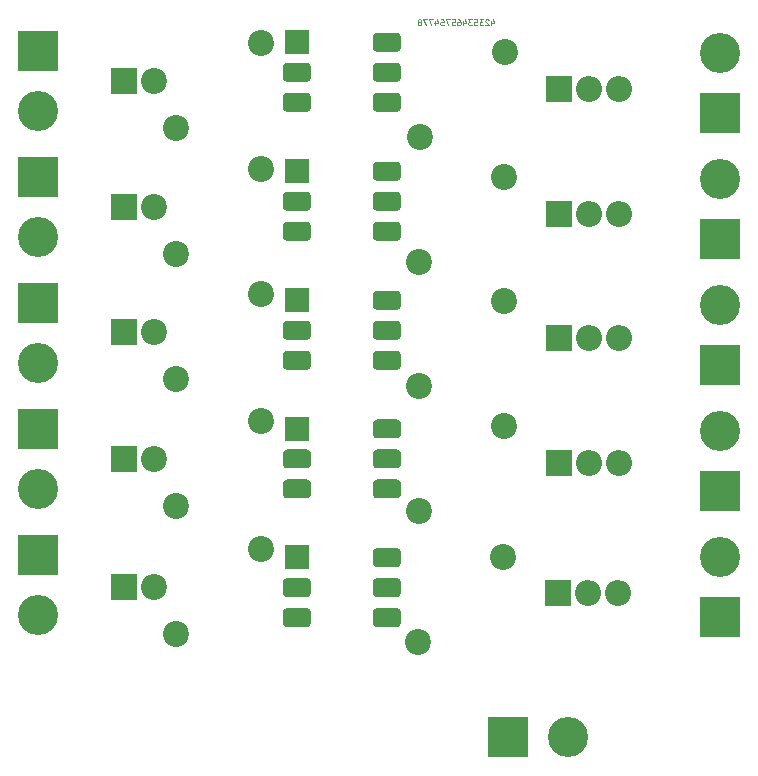
<source format=gbr>
G04 #@! TF.GenerationSoftware,KiCad,Pcbnew,(5.0.0)*
G04 #@! TF.CreationDate,2018-11-08T10:35:27-05:00*
G04 #@! TF.ProjectId,Tarjeta de potencia con moc,5461726A65746120646520706F74656E,rev?*
G04 #@! TF.SameCoordinates,Original*
G04 #@! TF.FileFunction,Soldermask,Top*
G04 #@! TF.FilePolarity,Negative*
%FSLAX46Y46*%
G04 Gerber Fmt 4.6, Leading zero omitted, Abs format (unit mm)*
G04 Created by KiCad (PCBNEW (5.0.0)) date 11/08/18 10:35:27*
%MOMM*%
%LPD*%
G01*
G04 APERTURE LIST*
%ADD10C,0.125000*%
%ADD11C,2.200000*%
%ADD12C,2.200000*%
%ADD13O,2.200000X2.200000*%
%ADD14R,2.200000X2.200000*%
%ADD15C,0.100000*%
%ADD16C,1.600000*%
%ADD17R,2.000000X2.000000*%
%ADD18R,3.400000X3.400000*%
%ADD19C,3.400000*%
G04 APERTURE END LIST*
D10*
X89055200Y-28594857D02*
X89055200Y-28928190D01*
X89174247Y-28404380D02*
X89293295Y-28761523D01*
X88983771Y-28761523D01*
X88817104Y-28475809D02*
X88793295Y-28452000D01*
X88745676Y-28428190D01*
X88626628Y-28428190D01*
X88579009Y-28452000D01*
X88555200Y-28475809D01*
X88531390Y-28523428D01*
X88531390Y-28571047D01*
X88555200Y-28642476D01*
X88840914Y-28928190D01*
X88531390Y-28928190D01*
X88364723Y-28428190D02*
X88055200Y-28428190D01*
X88221866Y-28618666D01*
X88150438Y-28618666D01*
X88102819Y-28642476D01*
X88079009Y-28666285D01*
X88055200Y-28713904D01*
X88055200Y-28832952D01*
X88079009Y-28880571D01*
X88102819Y-28904380D01*
X88150438Y-28928190D01*
X88293295Y-28928190D01*
X88340914Y-28904380D01*
X88364723Y-28880571D01*
X87602819Y-28428190D02*
X87840914Y-28428190D01*
X87864723Y-28666285D01*
X87840914Y-28642476D01*
X87793295Y-28618666D01*
X87674247Y-28618666D01*
X87626628Y-28642476D01*
X87602819Y-28666285D01*
X87579009Y-28713904D01*
X87579009Y-28832952D01*
X87602819Y-28880571D01*
X87626628Y-28904380D01*
X87674247Y-28928190D01*
X87793295Y-28928190D01*
X87840914Y-28904380D01*
X87864723Y-28880571D01*
X87412342Y-28428190D02*
X87102819Y-28428190D01*
X87269485Y-28618666D01*
X87198057Y-28618666D01*
X87150438Y-28642476D01*
X87126628Y-28666285D01*
X87102819Y-28713904D01*
X87102819Y-28832952D01*
X87126628Y-28880571D01*
X87150438Y-28904380D01*
X87198057Y-28928190D01*
X87340914Y-28928190D01*
X87388533Y-28904380D01*
X87412342Y-28880571D01*
X86674247Y-28594857D02*
X86674247Y-28928190D01*
X86793295Y-28404380D02*
X86912342Y-28761523D01*
X86602819Y-28761523D01*
X86198057Y-28428190D02*
X86293295Y-28428190D01*
X86340914Y-28452000D01*
X86364723Y-28475809D01*
X86412342Y-28547238D01*
X86436152Y-28642476D01*
X86436152Y-28832952D01*
X86412342Y-28880571D01*
X86388533Y-28904380D01*
X86340914Y-28928190D01*
X86245676Y-28928190D01*
X86198057Y-28904380D01*
X86174247Y-28880571D01*
X86150438Y-28832952D01*
X86150438Y-28713904D01*
X86174247Y-28666285D01*
X86198057Y-28642476D01*
X86245676Y-28618666D01*
X86340914Y-28618666D01*
X86388533Y-28642476D01*
X86412342Y-28666285D01*
X86436152Y-28713904D01*
X85698057Y-28428190D02*
X85936152Y-28428190D01*
X85959961Y-28666285D01*
X85936152Y-28642476D01*
X85888533Y-28618666D01*
X85769485Y-28618666D01*
X85721866Y-28642476D01*
X85698057Y-28666285D01*
X85674247Y-28713904D01*
X85674247Y-28832952D01*
X85698057Y-28880571D01*
X85721866Y-28904380D01*
X85769485Y-28928190D01*
X85888533Y-28928190D01*
X85936152Y-28904380D01*
X85959961Y-28880571D01*
X85507580Y-28428190D02*
X85174247Y-28428190D01*
X85388533Y-28928190D01*
X84745676Y-28428190D02*
X84983771Y-28428190D01*
X85007580Y-28666285D01*
X84983771Y-28642476D01*
X84936152Y-28618666D01*
X84817104Y-28618666D01*
X84769485Y-28642476D01*
X84745676Y-28666285D01*
X84721866Y-28713904D01*
X84721866Y-28832952D01*
X84745676Y-28880571D01*
X84769485Y-28904380D01*
X84817104Y-28928190D01*
X84936152Y-28928190D01*
X84983771Y-28904380D01*
X85007580Y-28880571D01*
X84293295Y-28594857D02*
X84293295Y-28928190D01*
X84412342Y-28404380D02*
X84531390Y-28761523D01*
X84221866Y-28761523D01*
X84079009Y-28428190D02*
X83745676Y-28428190D01*
X83959961Y-28928190D01*
X83602819Y-28428190D02*
X83269485Y-28428190D01*
X83483771Y-28928190D01*
X83007580Y-28642476D02*
X83055200Y-28618666D01*
X83079009Y-28594857D01*
X83102819Y-28547238D01*
X83102819Y-28523428D01*
X83079009Y-28475809D01*
X83055200Y-28452000D01*
X83007580Y-28428190D01*
X82912342Y-28428190D01*
X82864723Y-28452000D01*
X82840914Y-28475809D01*
X82817104Y-28523428D01*
X82817104Y-28547238D01*
X82840914Y-28594857D01*
X82864723Y-28618666D01*
X82912342Y-28642476D01*
X83007580Y-28642476D01*
X83055200Y-28666285D01*
X83079009Y-28690095D01*
X83102819Y-28737714D01*
X83102819Y-28832952D01*
X83079009Y-28880571D01*
X83055200Y-28904380D01*
X83007580Y-28928190D01*
X82912342Y-28928190D01*
X82864723Y-28904380D01*
X82840914Y-28880571D01*
X82817104Y-28832952D01*
X82817104Y-28737714D01*
X82840914Y-28690095D01*
X82864723Y-28666285D01*
X82912342Y-28642476D01*
D11*
G04 #@! TO.C,R10*
X90043000Y-73914000D03*
D12*
X90043000Y-73914000D02*
X90043000Y-73914000D01*
D11*
X82858795Y-81098205D03*
G04 #@! TD*
G04 #@! TO.C,R9*
X90115205Y-62856295D03*
D12*
X90115205Y-62856295D02*
X90115205Y-62856295D01*
D11*
X82931000Y-70040500D03*
G04 #@! TD*
G04 #@! TO.C,R8*
X90115205Y-52251795D03*
D12*
X90115205Y-52251795D02*
X90115205Y-52251795D01*
D11*
X82931000Y-59436000D03*
G04 #@! TD*
G04 #@! TO.C,R7*
X90115205Y-41774295D03*
D12*
X90115205Y-41774295D02*
X90115205Y-41774295D01*
D11*
X82931000Y-48958500D03*
G04 #@! TD*
G04 #@! TO.C,R6*
X90178705Y-31169795D03*
D12*
X90178705Y-31169795D02*
X90178705Y-31169795D01*
D11*
X82994500Y-38354000D03*
G04 #@! TD*
G04 #@! TO.C,R5*
X69541205Y-73270295D03*
D12*
X69541205Y-73270295D02*
X69541205Y-73270295D01*
D11*
X62357000Y-80454500D03*
G04 #@! TD*
G04 #@! TO.C,R4*
X69541205Y-62411795D03*
D12*
X69541205Y-62411795D02*
X69541205Y-62411795D01*
D11*
X62357000Y-69596000D03*
G04 #@! TD*
G04 #@! TO.C,R3*
X69541205Y-51680295D03*
D12*
X69541205Y-51680295D02*
X69541205Y-51680295D01*
D11*
X62357000Y-58864500D03*
G04 #@! TD*
G04 #@! TO.C,R2*
X69541205Y-41075795D03*
D12*
X69541205Y-41075795D02*
X69541205Y-41075795D01*
D11*
X62357000Y-48260000D03*
G04 #@! TD*
G04 #@! TO.C,R1*
X69541205Y-30407795D03*
D12*
X69541205Y-30407795D02*
X69541205Y-30407795D01*
D11*
X62357000Y-37592000D03*
G04 #@! TD*
D13*
G04 #@! TO.C,U10*
X99758500Y-77025500D03*
X97218500Y-77025500D03*
D14*
X94678500Y-77025500D03*
G04 #@! TD*
D13*
G04 #@! TO.C,U9*
X99822000Y-65976500D03*
X97282000Y-65976500D03*
D14*
X94742000Y-65976500D03*
G04 #@! TD*
G04 #@! TO.C,U8*
X94742000Y-55372000D03*
D13*
X97282000Y-55372000D03*
X99822000Y-55372000D03*
G04 #@! TD*
G04 #@! TO.C,U7*
X99822000Y-44894500D03*
X97282000Y-44894500D03*
D14*
X94742000Y-44894500D03*
G04 #@! TD*
D15*
G04 #@! TO.C,U5*
G36*
X81039707Y-73179426D02*
X81078536Y-73185186D01*
X81116614Y-73194724D01*
X81153573Y-73207948D01*
X81189059Y-73224731D01*
X81222728Y-73244912D01*
X81254257Y-73268296D01*
X81283343Y-73294657D01*
X81309704Y-73323743D01*
X81333088Y-73355272D01*
X81353269Y-73388941D01*
X81370052Y-73424427D01*
X81383276Y-73461386D01*
X81392814Y-73499464D01*
X81398574Y-73538293D01*
X81400500Y-73577500D01*
X81400500Y-74377500D01*
X81398574Y-74416707D01*
X81392814Y-74455536D01*
X81383276Y-74493614D01*
X81370052Y-74530573D01*
X81353269Y-74566059D01*
X81333088Y-74599728D01*
X81309704Y-74631257D01*
X81283343Y-74660343D01*
X81254257Y-74686704D01*
X81222728Y-74710088D01*
X81189059Y-74730269D01*
X81153573Y-74747052D01*
X81116614Y-74760276D01*
X81078536Y-74769814D01*
X81039707Y-74775574D01*
X81000500Y-74777500D01*
X79400500Y-74777500D01*
X79361293Y-74775574D01*
X79322464Y-74769814D01*
X79284386Y-74760276D01*
X79247427Y-74747052D01*
X79211941Y-74730269D01*
X79178272Y-74710088D01*
X79146743Y-74686704D01*
X79117657Y-74660343D01*
X79091296Y-74631257D01*
X79067912Y-74599728D01*
X79047731Y-74566059D01*
X79030948Y-74530573D01*
X79017724Y-74493614D01*
X79008186Y-74455536D01*
X79002426Y-74416707D01*
X79000500Y-74377500D01*
X79000500Y-73577500D01*
X79002426Y-73538293D01*
X79008186Y-73499464D01*
X79017724Y-73461386D01*
X79030948Y-73424427D01*
X79047731Y-73388941D01*
X79067912Y-73355272D01*
X79091296Y-73323743D01*
X79117657Y-73294657D01*
X79146743Y-73268296D01*
X79178272Y-73244912D01*
X79211941Y-73224731D01*
X79247427Y-73207948D01*
X79284386Y-73194724D01*
X79322464Y-73185186D01*
X79361293Y-73179426D01*
X79400500Y-73177500D01*
X81000500Y-73177500D01*
X81039707Y-73179426D01*
X81039707Y-73179426D01*
G37*
D16*
X80200500Y-73977500D03*
D15*
G36*
X73419707Y-78259426D02*
X73458536Y-78265186D01*
X73496614Y-78274724D01*
X73533573Y-78287948D01*
X73569059Y-78304731D01*
X73602728Y-78324912D01*
X73634257Y-78348296D01*
X73663343Y-78374657D01*
X73689704Y-78403743D01*
X73713088Y-78435272D01*
X73733269Y-78468941D01*
X73750052Y-78504427D01*
X73763276Y-78541386D01*
X73772814Y-78579464D01*
X73778574Y-78618293D01*
X73780500Y-78657500D01*
X73780500Y-79457500D01*
X73778574Y-79496707D01*
X73772814Y-79535536D01*
X73763276Y-79573614D01*
X73750052Y-79610573D01*
X73733269Y-79646059D01*
X73713088Y-79679728D01*
X73689704Y-79711257D01*
X73663343Y-79740343D01*
X73634257Y-79766704D01*
X73602728Y-79790088D01*
X73569059Y-79810269D01*
X73533573Y-79827052D01*
X73496614Y-79840276D01*
X73458536Y-79849814D01*
X73419707Y-79855574D01*
X73380500Y-79857500D01*
X71780500Y-79857500D01*
X71741293Y-79855574D01*
X71702464Y-79849814D01*
X71664386Y-79840276D01*
X71627427Y-79827052D01*
X71591941Y-79810269D01*
X71558272Y-79790088D01*
X71526743Y-79766704D01*
X71497657Y-79740343D01*
X71471296Y-79711257D01*
X71447912Y-79679728D01*
X71427731Y-79646059D01*
X71410948Y-79610573D01*
X71397724Y-79573614D01*
X71388186Y-79535536D01*
X71382426Y-79496707D01*
X71380500Y-79457500D01*
X71380500Y-78657500D01*
X71382426Y-78618293D01*
X71388186Y-78579464D01*
X71397724Y-78541386D01*
X71410948Y-78504427D01*
X71427731Y-78468941D01*
X71447912Y-78435272D01*
X71471296Y-78403743D01*
X71497657Y-78374657D01*
X71526743Y-78348296D01*
X71558272Y-78324912D01*
X71591941Y-78304731D01*
X71627427Y-78287948D01*
X71664386Y-78274724D01*
X71702464Y-78265186D01*
X71741293Y-78259426D01*
X71780500Y-78257500D01*
X73380500Y-78257500D01*
X73419707Y-78259426D01*
X73419707Y-78259426D01*
G37*
D16*
X72580500Y-79057500D03*
D15*
G36*
X81039707Y-75719426D02*
X81078536Y-75725186D01*
X81116614Y-75734724D01*
X81153573Y-75747948D01*
X81189059Y-75764731D01*
X81222728Y-75784912D01*
X81254257Y-75808296D01*
X81283343Y-75834657D01*
X81309704Y-75863743D01*
X81333088Y-75895272D01*
X81353269Y-75928941D01*
X81370052Y-75964427D01*
X81383276Y-76001386D01*
X81392814Y-76039464D01*
X81398574Y-76078293D01*
X81400500Y-76117500D01*
X81400500Y-76917500D01*
X81398574Y-76956707D01*
X81392814Y-76995536D01*
X81383276Y-77033614D01*
X81370052Y-77070573D01*
X81353269Y-77106059D01*
X81333088Y-77139728D01*
X81309704Y-77171257D01*
X81283343Y-77200343D01*
X81254257Y-77226704D01*
X81222728Y-77250088D01*
X81189059Y-77270269D01*
X81153573Y-77287052D01*
X81116614Y-77300276D01*
X81078536Y-77309814D01*
X81039707Y-77315574D01*
X81000500Y-77317500D01*
X79400500Y-77317500D01*
X79361293Y-77315574D01*
X79322464Y-77309814D01*
X79284386Y-77300276D01*
X79247427Y-77287052D01*
X79211941Y-77270269D01*
X79178272Y-77250088D01*
X79146743Y-77226704D01*
X79117657Y-77200343D01*
X79091296Y-77171257D01*
X79067912Y-77139728D01*
X79047731Y-77106059D01*
X79030948Y-77070573D01*
X79017724Y-77033614D01*
X79008186Y-76995536D01*
X79002426Y-76956707D01*
X79000500Y-76917500D01*
X79000500Y-76117500D01*
X79002426Y-76078293D01*
X79008186Y-76039464D01*
X79017724Y-76001386D01*
X79030948Y-75964427D01*
X79047731Y-75928941D01*
X79067912Y-75895272D01*
X79091296Y-75863743D01*
X79117657Y-75834657D01*
X79146743Y-75808296D01*
X79178272Y-75784912D01*
X79211941Y-75764731D01*
X79247427Y-75747948D01*
X79284386Y-75734724D01*
X79322464Y-75725186D01*
X79361293Y-75719426D01*
X79400500Y-75717500D01*
X81000500Y-75717500D01*
X81039707Y-75719426D01*
X81039707Y-75719426D01*
G37*
D16*
X80200500Y-76517500D03*
D15*
G36*
X73419707Y-75719426D02*
X73458536Y-75725186D01*
X73496614Y-75734724D01*
X73533573Y-75747948D01*
X73569059Y-75764731D01*
X73602728Y-75784912D01*
X73634257Y-75808296D01*
X73663343Y-75834657D01*
X73689704Y-75863743D01*
X73713088Y-75895272D01*
X73733269Y-75928941D01*
X73750052Y-75964427D01*
X73763276Y-76001386D01*
X73772814Y-76039464D01*
X73778574Y-76078293D01*
X73780500Y-76117500D01*
X73780500Y-76917500D01*
X73778574Y-76956707D01*
X73772814Y-76995536D01*
X73763276Y-77033614D01*
X73750052Y-77070573D01*
X73733269Y-77106059D01*
X73713088Y-77139728D01*
X73689704Y-77171257D01*
X73663343Y-77200343D01*
X73634257Y-77226704D01*
X73602728Y-77250088D01*
X73569059Y-77270269D01*
X73533573Y-77287052D01*
X73496614Y-77300276D01*
X73458536Y-77309814D01*
X73419707Y-77315574D01*
X73380500Y-77317500D01*
X71780500Y-77317500D01*
X71741293Y-77315574D01*
X71702464Y-77309814D01*
X71664386Y-77300276D01*
X71627427Y-77287052D01*
X71591941Y-77270269D01*
X71558272Y-77250088D01*
X71526743Y-77226704D01*
X71497657Y-77200343D01*
X71471296Y-77171257D01*
X71447912Y-77139728D01*
X71427731Y-77106059D01*
X71410948Y-77070573D01*
X71397724Y-77033614D01*
X71388186Y-76995536D01*
X71382426Y-76956707D01*
X71380500Y-76917500D01*
X71380500Y-76117500D01*
X71382426Y-76078293D01*
X71388186Y-76039464D01*
X71397724Y-76001386D01*
X71410948Y-75964427D01*
X71427731Y-75928941D01*
X71447912Y-75895272D01*
X71471296Y-75863743D01*
X71497657Y-75834657D01*
X71526743Y-75808296D01*
X71558272Y-75784912D01*
X71591941Y-75764731D01*
X71627427Y-75747948D01*
X71664386Y-75734724D01*
X71702464Y-75725186D01*
X71741293Y-75719426D01*
X71780500Y-75717500D01*
X73380500Y-75717500D01*
X73419707Y-75719426D01*
X73419707Y-75719426D01*
G37*
D16*
X72580500Y-76517500D03*
D15*
G36*
X81039707Y-78259426D02*
X81078536Y-78265186D01*
X81116614Y-78274724D01*
X81153573Y-78287948D01*
X81189059Y-78304731D01*
X81222728Y-78324912D01*
X81254257Y-78348296D01*
X81283343Y-78374657D01*
X81309704Y-78403743D01*
X81333088Y-78435272D01*
X81353269Y-78468941D01*
X81370052Y-78504427D01*
X81383276Y-78541386D01*
X81392814Y-78579464D01*
X81398574Y-78618293D01*
X81400500Y-78657500D01*
X81400500Y-79457500D01*
X81398574Y-79496707D01*
X81392814Y-79535536D01*
X81383276Y-79573614D01*
X81370052Y-79610573D01*
X81353269Y-79646059D01*
X81333088Y-79679728D01*
X81309704Y-79711257D01*
X81283343Y-79740343D01*
X81254257Y-79766704D01*
X81222728Y-79790088D01*
X81189059Y-79810269D01*
X81153573Y-79827052D01*
X81116614Y-79840276D01*
X81078536Y-79849814D01*
X81039707Y-79855574D01*
X81000500Y-79857500D01*
X79400500Y-79857500D01*
X79361293Y-79855574D01*
X79322464Y-79849814D01*
X79284386Y-79840276D01*
X79247427Y-79827052D01*
X79211941Y-79810269D01*
X79178272Y-79790088D01*
X79146743Y-79766704D01*
X79117657Y-79740343D01*
X79091296Y-79711257D01*
X79067912Y-79679728D01*
X79047731Y-79646059D01*
X79030948Y-79610573D01*
X79017724Y-79573614D01*
X79008186Y-79535536D01*
X79002426Y-79496707D01*
X79000500Y-79457500D01*
X79000500Y-78657500D01*
X79002426Y-78618293D01*
X79008186Y-78579464D01*
X79017724Y-78541386D01*
X79030948Y-78504427D01*
X79047731Y-78468941D01*
X79067912Y-78435272D01*
X79091296Y-78403743D01*
X79117657Y-78374657D01*
X79146743Y-78348296D01*
X79178272Y-78324912D01*
X79211941Y-78304731D01*
X79247427Y-78287948D01*
X79284386Y-78274724D01*
X79322464Y-78265186D01*
X79361293Y-78259426D01*
X79400500Y-78257500D01*
X81000500Y-78257500D01*
X81039707Y-78259426D01*
X81039707Y-78259426D01*
G37*
D16*
X80200500Y-79057500D03*
D17*
X72580500Y-73977500D03*
G04 #@! TD*
D15*
G04 #@! TO.C,U4*
G36*
X81039707Y-62295526D02*
X81078536Y-62301286D01*
X81116614Y-62310824D01*
X81153573Y-62324048D01*
X81189059Y-62340831D01*
X81222728Y-62361012D01*
X81254257Y-62384396D01*
X81283343Y-62410757D01*
X81309704Y-62439843D01*
X81333088Y-62471372D01*
X81353269Y-62505041D01*
X81370052Y-62540527D01*
X81383276Y-62577486D01*
X81392814Y-62615564D01*
X81398574Y-62654393D01*
X81400500Y-62693600D01*
X81400500Y-63493600D01*
X81398574Y-63532807D01*
X81392814Y-63571636D01*
X81383276Y-63609714D01*
X81370052Y-63646673D01*
X81353269Y-63682159D01*
X81333088Y-63715828D01*
X81309704Y-63747357D01*
X81283343Y-63776443D01*
X81254257Y-63802804D01*
X81222728Y-63826188D01*
X81189059Y-63846369D01*
X81153573Y-63863152D01*
X81116614Y-63876376D01*
X81078536Y-63885914D01*
X81039707Y-63891674D01*
X81000500Y-63893600D01*
X79400500Y-63893600D01*
X79361293Y-63891674D01*
X79322464Y-63885914D01*
X79284386Y-63876376D01*
X79247427Y-63863152D01*
X79211941Y-63846369D01*
X79178272Y-63826188D01*
X79146743Y-63802804D01*
X79117657Y-63776443D01*
X79091296Y-63747357D01*
X79067912Y-63715828D01*
X79047731Y-63682159D01*
X79030948Y-63646673D01*
X79017724Y-63609714D01*
X79008186Y-63571636D01*
X79002426Y-63532807D01*
X79000500Y-63493600D01*
X79000500Y-62693600D01*
X79002426Y-62654393D01*
X79008186Y-62615564D01*
X79017724Y-62577486D01*
X79030948Y-62540527D01*
X79047731Y-62505041D01*
X79067912Y-62471372D01*
X79091296Y-62439843D01*
X79117657Y-62410757D01*
X79146743Y-62384396D01*
X79178272Y-62361012D01*
X79211941Y-62340831D01*
X79247427Y-62324048D01*
X79284386Y-62310824D01*
X79322464Y-62301286D01*
X79361293Y-62295526D01*
X79400500Y-62293600D01*
X81000500Y-62293600D01*
X81039707Y-62295526D01*
X81039707Y-62295526D01*
G37*
D16*
X80200500Y-63093600D03*
D15*
G36*
X73419707Y-67375526D02*
X73458536Y-67381286D01*
X73496614Y-67390824D01*
X73533573Y-67404048D01*
X73569059Y-67420831D01*
X73602728Y-67441012D01*
X73634257Y-67464396D01*
X73663343Y-67490757D01*
X73689704Y-67519843D01*
X73713088Y-67551372D01*
X73733269Y-67585041D01*
X73750052Y-67620527D01*
X73763276Y-67657486D01*
X73772814Y-67695564D01*
X73778574Y-67734393D01*
X73780500Y-67773600D01*
X73780500Y-68573600D01*
X73778574Y-68612807D01*
X73772814Y-68651636D01*
X73763276Y-68689714D01*
X73750052Y-68726673D01*
X73733269Y-68762159D01*
X73713088Y-68795828D01*
X73689704Y-68827357D01*
X73663343Y-68856443D01*
X73634257Y-68882804D01*
X73602728Y-68906188D01*
X73569059Y-68926369D01*
X73533573Y-68943152D01*
X73496614Y-68956376D01*
X73458536Y-68965914D01*
X73419707Y-68971674D01*
X73380500Y-68973600D01*
X71780500Y-68973600D01*
X71741293Y-68971674D01*
X71702464Y-68965914D01*
X71664386Y-68956376D01*
X71627427Y-68943152D01*
X71591941Y-68926369D01*
X71558272Y-68906188D01*
X71526743Y-68882804D01*
X71497657Y-68856443D01*
X71471296Y-68827357D01*
X71447912Y-68795828D01*
X71427731Y-68762159D01*
X71410948Y-68726673D01*
X71397724Y-68689714D01*
X71388186Y-68651636D01*
X71382426Y-68612807D01*
X71380500Y-68573600D01*
X71380500Y-67773600D01*
X71382426Y-67734393D01*
X71388186Y-67695564D01*
X71397724Y-67657486D01*
X71410948Y-67620527D01*
X71427731Y-67585041D01*
X71447912Y-67551372D01*
X71471296Y-67519843D01*
X71497657Y-67490757D01*
X71526743Y-67464396D01*
X71558272Y-67441012D01*
X71591941Y-67420831D01*
X71627427Y-67404048D01*
X71664386Y-67390824D01*
X71702464Y-67381286D01*
X71741293Y-67375526D01*
X71780500Y-67373600D01*
X73380500Y-67373600D01*
X73419707Y-67375526D01*
X73419707Y-67375526D01*
G37*
D16*
X72580500Y-68173600D03*
D15*
G36*
X81039707Y-64835526D02*
X81078536Y-64841286D01*
X81116614Y-64850824D01*
X81153573Y-64864048D01*
X81189059Y-64880831D01*
X81222728Y-64901012D01*
X81254257Y-64924396D01*
X81283343Y-64950757D01*
X81309704Y-64979843D01*
X81333088Y-65011372D01*
X81353269Y-65045041D01*
X81370052Y-65080527D01*
X81383276Y-65117486D01*
X81392814Y-65155564D01*
X81398574Y-65194393D01*
X81400500Y-65233600D01*
X81400500Y-66033600D01*
X81398574Y-66072807D01*
X81392814Y-66111636D01*
X81383276Y-66149714D01*
X81370052Y-66186673D01*
X81353269Y-66222159D01*
X81333088Y-66255828D01*
X81309704Y-66287357D01*
X81283343Y-66316443D01*
X81254257Y-66342804D01*
X81222728Y-66366188D01*
X81189059Y-66386369D01*
X81153573Y-66403152D01*
X81116614Y-66416376D01*
X81078536Y-66425914D01*
X81039707Y-66431674D01*
X81000500Y-66433600D01*
X79400500Y-66433600D01*
X79361293Y-66431674D01*
X79322464Y-66425914D01*
X79284386Y-66416376D01*
X79247427Y-66403152D01*
X79211941Y-66386369D01*
X79178272Y-66366188D01*
X79146743Y-66342804D01*
X79117657Y-66316443D01*
X79091296Y-66287357D01*
X79067912Y-66255828D01*
X79047731Y-66222159D01*
X79030948Y-66186673D01*
X79017724Y-66149714D01*
X79008186Y-66111636D01*
X79002426Y-66072807D01*
X79000500Y-66033600D01*
X79000500Y-65233600D01*
X79002426Y-65194393D01*
X79008186Y-65155564D01*
X79017724Y-65117486D01*
X79030948Y-65080527D01*
X79047731Y-65045041D01*
X79067912Y-65011372D01*
X79091296Y-64979843D01*
X79117657Y-64950757D01*
X79146743Y-64924396D01*
X79178272Y-64901012D01*
X79211941Y-64880831D01*
X79247427Y-64864048D01*
X79284386Y-64850824D01*
X79322464Y-64841286D01*
X79361293Y-64835526D01*
X79400500Y-64833600D01*
X81000500Y-64833600D01*
X81039707Y-64835526D01*
X81039707Y-64835526D01*
G37*
D16*
X80200500Y-65633600D03*
D15*
G36*
X73419707Y-64835526D02*
X73458536Y-64841286D01*
X73496614Y-64850824D01*
X73533573Y-64864048D01*
X73569059Y-64880831D01*
X73602728Y-64901012D01*
X73634257Y-64924396D01*
X73663343Y-64950757D01*
X73689704Y-64979843D01*
X73713088Y-65011372D01*
X73733269Y-65045041D01*
X73750052Y-65080527D01*
X73763276Y-65117486D01*
X73772814Y-65155564D01*
X73778574Y-65194393D01*
X73780500Y-65233600D01*
X73780500Y-66033600D01*
X73778574Y-66072807D01*
X73772814Y-66111636D01*
X73763276Y-66149714D01*
X73750052Y-66186673D01*
X73733269Y-66222159D01*
X73713088Y-66255828D01*
X73689704Y-66287357D01*
X73663343Y-66316443D01*
X73634257Y-66342804D01*
X73602728Y-66366188D01*
X73569059Y-66386369D01*
X73533573Y-66403152D01*
X73496614Y-66416376D01*
X73458536Y-66425914D01*
X73419707Y-66431674D01*
X73380500Y-66433600D01*
X71780500Y-66433600D01*
X71741293Y-66431674D01*
X71702464Y-66425914D01*
X71664386Y-66416376D01*
X71627427Y-66403152D01*
X71591941Y-66386369D01*
X71558272Y-66366188D01*
X71526743Y-66342804D01*
X71497657Y-66316443D01*
X71471296Y-66287357D01*
X71447912Y-66255828D01*
X71427731Y-66222159D01*
X71410948Y-66186673D01*
X71397724Y-66149714D01*
X71388186Y-66111636D01*
X71382426Y-66072807D01*
X71380500Y-66033600D01*
X71380500Y-65233600D01*
X71382426Y-65194393D01*
X71388186Y-65155564D01*
X71397724Y-65117486D01*
X71410948Y-65080527D01*
X71427731Y-65045041D01*
X71447912Y-65011372D01*
X71471296Y-64979843D01*
X71497657Y-64950757D01*
X71526743Y-64924396D01*
X71558272Y-64901012D01*
X71591941Y-64880831D01*
X71627427Y-64864048D01*
X71664386Y-64850824D01*
X71702464Y-64841286D01*
X71741293Y-64835526D01*
X71780500Y-64833600D01*
X73380500Y-64833600D01*
X73419707Y-64835526D01*
X73419707Y-64835526D01*
G37*
D16*
X72580500Y-65633600D03*
D15*
G36*
X81039707Y-67375526D02*
X81078536Y-67381286D01*
X81116614Y-67390824D01*
X81153573Y-67404048D01*
X81189059Y-67420831D01*
X81222728Y-67441012D01*
X81254257Y-67464396D01*
X81283343Y-67490757D01*
X81309704Y-67519843D01*
X81333088Y-67551372D01*
X81353269Y-67585041D01*
X81370052Y-67620527D01*
X81383276Y-67657486D01*
X81392814Y-67695564D01*
X81398574Y-67734393D01*
X81400500Y-67773600D01*
X81400500Y-68573600D01*
X81398574Y-68612807D01*
X81392814Y-68651636D01*
X81383276Y-68689714D01*
X81370052Y-68726673D01*
X81353269Y-68762159D01*
X81333088Y-68795828D01*
X81309704Y-68827357D01*
X81283343Y-68856443D01*
X81254257Y-68882804D01*
X81222728Y-68906188D01*
X81189059Y-68926369D01*
X81153573Y-68943152D01*
X81116614Y-68956376D01*
X81078536Y-68965914D01*
X81039707Y-68971674D01*
X81000500Y-68973600D01*
X79400500Y-68973600D01*
X79361293Y-68971674D01*
X79322464Y-68965914D01*
X79284386Y-68956376D01*
X79247427Y-68943152D01*
X79211941Y-68926369D01*
X79178272Y-68906188D01*
X79146743Y-68882804D01*
X79117657Y-68856443D01*
X79091296Y-68827357D01*
X79067912Y-68795828D01*
X79047731Y-68762159D01*
X79030948Y-68726673D01*
X79017724Y-68689714D01*
X79008186Y-68651636D01*
X79002426Y-68612807D01*
X79000500Y-68573600D01*
X79000500Y-67773600D01*
X79002426Y-67734393D01*
X79008186Y-67695564D01*
X79017724Y-67657486D01*
X79030948Y-67620527D01*
X79047731Y-67585041D01*
X79067912Y-67551372D01*
X79091296Y-67519843D01*
X79117657Y-67490757D01*
X79146743Y-67464396D01*
X79178272Y-67441012D01*
X79211941Y-67420831D01*
X79247427Y-67404048D01*
X79284386Y-67390824D01*
X79322464Y-67381286D01*
X79361293Y-67375526D01*
X79400500Y-67373600D01*
X81000500Y-67373600D01*
X81039707Y-67375526D01*
X81039707Y-67375526D01*
G37*
D16*
X80200500Y-68173600D03*
D17*
X72580500Y-63093600D03*
G04 #@! TD*
G04 #@! TO.C,U3*
X72580500Y-52197000D03*
D15*
G36*
X81039707Y-56478926D02*
X81078536Y-56484686D01*
X81116614Y-56494224D01*
X81153573Y-56507448D01*
X81189059Y-56524231D01*
X81222728Y-56544412D01*
X81254257Y-56567796D01*
X81283343Y-56594157D01*
X81309704Y-56623243D01*
X81333088Y-56654772D01*
X81353269Y-56688441D01*
X81370052Y-56723927D01*
X81383276Y-56760886D01*
X81392814Y-56798964D01*
X81398574Y-56837793D01*
X81400500Y-56877000D01*
X81400500Y-57677000D01*
X81398574Y-57716207D01*
X81392814Y-57755036D01*
X81383276Y-57793114D01*
X81370052Y-57830073D01*
X81353269Y-57865559D01*
X81333088Y-57899228D01*
X81309704Y-57930757D01*
X81283343Y-57959843D01*
X81254257Y-57986204D01*
X81222728Y-58009588D01*
X81189059Y-58029769D01*
X81153573Y-58046552D01*
X81116614Y-58059776D01*
X81078536Y-58069314D01*
X81039707Y-58075074D01*
X81000500Y-58077000D01*
X79400500Y-58077000D01*
X79361293Y-58075074D01*
X79322464Y-58069314D01*
X79284386Y-58059776D01*
X79247427Y-58046552D01*
X79211941Y-58029769D01*
X79178272Y-58009588D01*
X79146743Y-57986204D01*
X79117657Y-57959843D01*
X79091296Y-57930757D01*
X79067912Y-57899228D01*
X79047731Y-57865559D01*
X79030948Y-57830073D01*
X79017724Y-57793114D01*
X79008186Y-57755036D01*
X79002426Y-57716207D01*
X79000500Y-57677000D01*
X79000500Y-56877000D01*
X79002426Y-56837793D01*
X79008186Y-56798964D01*
X79017724Y-56760886D01*
X79030948Y-56723927D01*
X79047731Y-56688441D01*
X79067912Y-56654772D01*
X79091296Y-56623243D01*
X79117657Y-56594157D01*
X79146743Y-56567796D01*
X79178272Y-56544412D01*
X79211941Y-56524231D01*
X79247427Y-56507448D01*
X79284386Y-56494224D01*
X79322464Y-56484686D01*
X79361293Y-56478926D01*
X79400500Y-56477000D01*
X81000500Y-56477000D01*
X81039707Y-56478926D01*
X81039707Y-56478926D01*
G37*
D16*
X80200500Y-57277000D03*
D15*
G36*
X73419707Y-53938926D02*
X73458536Y-53944686D01*
X73496614Y-53954224D01*
X73533573Y-53967448D01*
X73569059Y-53984231D01*
X73602728Y-54004412D01*
X73634257Y-54027796D01*
X73663343Y-54054157D01*
X73689704Y-54083243D01*
X73713088Y-54114772D01*
X73733269Y-54148441D01*
X73750052Y-54183927D01*
X73763276Y-54220886D01*
X73772814Y-54258964D01*
X73778574Y-54297793D01*
X73780500Y-54337000D01*
X73780500Y-55137000D01*
X73778574Y-55176207D01*
X73772814Y-55215036D01*
X73763276Y-55253114D01*
X73750052Y-55290073D01*
X73733269Y-55325559D01*
X73713088Y-55359228D01*
X73689704Y-55390757D01*
X73663343Y-55419843D01*
X73634257Y-55446204D01*
X73602728Y-55469588D01*
X73569059Y-55489769D01*
X73533573Y-55506552D01*
X73496614Y-55519776D01*
X73458536Y-55529314D01*
X73419707Y-55535074D01*
X73380500Y-55537000D01*
X71780500Y-55537000D01*
X71741293Y-55535074D01*
X71702464Y-55529314D01*
X71664386Y-55519776D01*
X71627427Y-55506552D01*
X71591941Y-55489769D01*
X71558272Y-55469588D01*
X71526743Y-55446204D01*
X71497657Y-55419843D01*
X71471296Y-55390757D01*
X71447912Y-55359228D01*
X71427731Y-55325559D01*
X71410948Y-55290073D01*
X71397724Y-55253114D01*
X71388186Y-55215036D01*
X71382426Y-55176207D01*
X71380500Y-55137000D01*
X71380500Y-54337000D01*
X71382426Y-54297793D01*
X71388186Y-54258964D01*
X71397724Y-54220886D01*
X71410948Y-54183927D01*
X71427731Y-54148441D01*
X71447912Y-54114772D01*
X71471296Y-54083243D01*
X71497657Y-54054157D01*
X71526743Y-54027796D01*
X71558272Y-54004412D01*
X71591941Y-53984231D01*
X71627427Y-53967448D01*
X71664386Y-53954224D01*
X71702464Y-53944686D01*
X71741293Y-53938926D01*
X71780500Y-53937000D01*
X73380500Y-53937000D01*
X73419707Y-53938926D01*
X73419707Y-53938926D01*
G37*
D16*
X72580500Y-54737000D03*
D15*
G36*
X81039707Y-53938926D02*
X81078536Y-53944686D01*
X81116614Y-53954224D01*
X81153573Y-53967448D01*
X81189059Y-53984231D01*
X81222728Y-54004412D01*
X81254257Y-54027796D01*
X81283343Y-54054157D01*
X81309704Y-54083243D01*
X81333088Y-54114772D01*
X81353269Y-54148441D01*
X81370052Y-54183927D01*
X81383276Y-54220886D01*
X81392814Y-54258964D01*
X81398574Y-54297793D01*
X81400500Y-54337000D01*
X81400500Y-55137000D01*
X81398574Y-55176207D01*
X81392814Y-55215036D01*
X81383276Y-55253114D01*
X81370052Y-55290073D01*
X81353269Y-55325559D01*
X81333088Y-55359228D01*
X81309704Y-55390757D01*
X81283343Y-55419843D01*
X81254257Y-55446204D01*
X81222728Y-55469588D01*
X81189059Y-55489769D01*
X81153573Y-55506552D01*
X81116614Y-55519776D01*
X81078536Y-55529314D01*
X81039707Y-55535074D01*
X81000500Y-55537000D01*
X79400500Y-55537000D01*
X79361293Y-55535074D01*
X79322464Y-55529314D01*
X79284386Y-55519776D01*
X79247427Y-55506552D01*
X79211941Y-55489769D01*
X79178272Y-55469588D01*
X79146743Y-55446204D01*
X79117657Y-55419843D01*
X79091296Y-55390757D01*
X79067912Y-55359228D01*
X79047731Y-55325559D01*
X79030948Y-55290073D01*
X79017724Y-55253114D01*
X79008186Y-55215036D01*
X79002426Y-55176207D01*
X79000500Y-55137000D01*
X79000500Y-54337000D01*
X79002426Y-54297793D01*
X79008186Y-54258964D01*
X79017724Y-54220886D01*
X79030948Y-54183927D01*
X79047731Y-54148441D01*
X79067912Y-54114772D01*
X79091296Y-54083243D01*
X79117657Y-54054157D01*
X79146743Y-54027796D01*
X79178272Y-54004412D01*
X79211941Y-53984231D01*
X79247427Y-53967448D01*
X79284386Y-53954224D01*
X79322464Y-53944686D01*
X79361293Y-53938926D01*
X79400500Y-53937000D01*
X81000500Y-53937000D01*
X81039707Y-53938926D01*
X81039707Y-53938926D01*
G37*
D16*
X80200500Y-54737000D03*
D15*
G36*
X73419707Y-56478926D02*
X73458536Y-56484686D01*
X73496614Y-56494224D01*
X73533573Y-56507448D01*
X73569059Y-56524231D01*
X73602728Y-56544412D01*
X73634257Y-56567796D01*
X73663343Y-56594157D01*
X73689704Y-56623243D01*
X73713088Y-56654772D01*
X73733269Y-56688441D01*
X73750052Y-56723927D01*
X73763276Y-56760886D01*
X73772814Y-56798964D01*
X73778574Y-56837793D01*
X73780500Y-56877000D01*
X73780500Y-57677000D01*
X73778574Y-57716207D01*
X73772814Y-57755036D01*
X73763276Y-57793114D01*
X73750052Y-57830073D01*
X73733269Y-57865559D01*
X73713088Y-57899228D01*
X73689704Y-57930757D01*
X73663343Y-57959843D01*
X73634257Y-57986204D01*
X73602728Y-58009588D01*
X73569059Y-58029769D01*
X73533573Y-58046552D01*
X73496614Y-58059776D01*
X73458536Y-58069314D01*
X73419707Y-58075074D01*
X73380500Y-58077000D01*
X71780500Y-58077000D01*
X71741293Y-58075074D01*
X71702464Y-58069314D01*
X71664386Y-58059776D01*
X71627427Y-58046552D01*
X71591941Y-58029769D01*
X71558272Y-58009588D01*
X71526743Y-57986204D01*
X71497657Y-57959843D01*
X71471296Y-57930757D01*
X71447912Y-57899228D01*
X71427731Y-57865559D01*
X71410948Y-57830073D01*
X71397724Y-57793114D01*
X71388186Y-57755036D01*
X71382426Y-57716207D01*
X71380500Y-57677000D01*
X71380500Y-56877000D01*
X71382426Y-56837793D01*
X71388186Y-56798964D01*
X71397724Y-56760886D01*
X71410948Y-56723927D01*
X71427731Y-56688441D01*
X71447912Y-56654772D01*
X71471296Y-56623243D01*
X71497657Y-56594157D01*
X71526743Y-56567796D01*
X71558272Y-56544412D01*
X71591941Y-56524231D01*
X71627427Y-56507448D01*
X71664386Y-56494224D01*
X71702464Y-56484686D01*
X71741293Y-56478926D01*
X71780500Y-56477000D01*
X73380500Y-56477000D01*
X73419707Y-56478926D01*
X73419707Y-56478926D01*
G37*
D16*
X72580500Y-57277000D03*
D15*
G36*
X81039707Y-51398926D02*
X81078536Y-51404686D01*
X81116614Y-51414224D01*
X81153573Y-51427448D01*
X81189059Y-51444231D01*
X81222728Y-51464412D01*
X81254257Y-51487796D01*
X81283343Y-51514157D01*
X81309704Y-51543243D01*
X81333088Y-51574772D01*
X81353269Y-51608441D01*
X81370052Y-51643927D01*
X81383276Y-51680886D01*
X81392814Y-51718964D01*
X81398574Y-51757793D01*
X81400500Y-51797000D01*
X81400500Y-52597000D01*
X81398574Y-52636207D01*
X81392814Y-52675036D01*
X81383276Y-52713114D01*
X81370052Y-52750073D01*
X81353269Y-52785559D01*
X81333088Y-52819228D01*
X81309704Y-52850757D01*
X81283343Y-52879843D01*
X81254257Y-52906204D01*
X81222728Y-52929588D01*
X81189059Y-52949769D01*
X81153573Y-52966552D01*
X81116614Y-52979776D01*
X81078536Y-52989314D01*
X81039707Y-52995074D01*
X81000500Y-52997000D01*
X79400500Y-52997000D01*
X79361293Y-52995074D01*
X79322464Y-52989314D01*
X79284386Y-52979776D01*
X79247427Y-52966552D01*
X79211941Y-52949769D01*
X79178272Y-52929588D01*
X79146743Y-52906204D01*
X79117657Y-52879843D01*
X79091296Y-52850757D01*
X79067912Y-52819228D01*
X79047731Y-52785559D01*
X79030948Y-52750073D01*
X79017724Y-52713114D01*
X79008186Y-52675036D01*
X79002426Y-52636207D01*
X79000500Y-52597000D01*
X79000500Y-51797000D01*
X79002426Y-51757793D01*
X79008186Y-51718964D01*
X79017724Y-51680886D01*
X79030948Y-51643927D01*
X79047731Y-51608441D01*
X79067912Y-51574772D01*
X79091296Y-51543243D01*
X79117657Y-51514157D01*
X79146743Y-51487796D01*
X79178272Y-51464412D01*
X79211941Y-51444231D01*
X79247427Y-51427448D01*
X79284386Y-51414224D01*
X79322464Y-51404686D01*
X79361293Y-51398926D01*
X79400500Y-51397000D01*
X81000500Y-51397000D01*
X81039707Y-51398926D01*
X81039707Y-51398926D01*
G37*
D16*
X80200500Y-52197000D03*
G04 #@! TD*
D17*
G04 #@! TO.C,U2*
X72580500Y-41275000D03*
D15*
G36*
X81039707Y-45556926D02*
X81078536Y-45562686D01*
X81116614Y-45572224D01*
X81153573Y-45585448D01*
X81189059Y-45602231D01*
X81222728Y-45622412D01*
X81254257Y-45645796D01*
X81283343Y-45672157D01*
X81309704Y-45701243D01*
X81333088Y-45732772D01*
X81353269Y-45766441D01*
X81370052Y-45801927D01*
X81383276Y-45838886D01*
X81392814Y-45876964D01*
X81398574Y-45915793D01*
X81400500Y-45955000D01*
X81400500Y-46755000D01*
X81398574Y-46794207D01*
X81392814Y-46833036D01*
X81383276Y-46871114D01*
X81370052Y-46908073D01*
X81353269Y-46943559D01*
X81333088Y-46977228D01*
X81309704Y-47008757D01*
X81283343Y-47037843D01*
X81254257Y-47064204D01*
X81222728Y-47087588D01*
X81189059Y-47107769D01*
X81153573Y-47124552D01*
X81116614Y-47137776D01*
X81078536Y-47147314D01*
X81039707Y-47153074D01*
X81000500Y-47155000D01*
X79400500Y-47155000D01*
X79361293Y-47153074D01*
X79322464Y-47147314D01*
X79284386Y-47137776D01*
X79247427Y-47124552D01*
X79211941Y-47107769D01*
X79178272Y-47087588D01*
X79146743Y-47064204D01*
X79117657Y-47037843D01*
X79091296Y-47008757D01*
X79067912Y-46977228D01*
X79047731Y-46943559D01*
X79030948Y-46908073D01*
X79017724Y-46871114D01*
X79008186Y-46833036D01*
X79002426Y-46794207D01*
X79000500Y-46755000D01*
X79000500Y-45955000D01*
X79002426Y-45915793D01*
X79008186Y-45876964D01*
X79017724Y-45838886D01*
X79030948Y-45801927D01*
X79047731Y-45766441D01*
X79067912Y-45732772D01*
X79091296Y-45701243D01*
X79117657Y-45672157D01*
X79146743Y-45645796D01*
X79178272Y-45622412D01*
X79211941Y-45602231D01*
X79247427Y-45585448D01*
X79284386Y-45572224D01*
X79322464Y-45562686D01*
X79361293Y-45556926D01*
X79400500Y-45555000D01*
X81000500Y-45555000D01*
X81039707Y-45556926D01*
X81039707Y-45556926D01*
G37*
D16*
X80200500Y-46355000D03*
D15*
G36*
X73419707Y-43016926D02*
X73458536Y-43022686D01*
X73496614Y-43032224D01*
X73533573Y-43045448D01*
X73569059Y-43062231D01*
X73602728Y-43082412D01*
X73634257Y-43105796D01*
X73663343Y-43132157D01*
X73689704Y-43161243D01*
X73713088Y-43192772D01*
X73733269Y-43226441D01*
X73750052Y-43261927D01*
X73763276Y-43298886D01*
X73772814Y-43336964D01*
X73778574Y-43375793D01*
X73780500Y-43415000D01*
X73780500Y-44215000D01*
X73778574Y-44254207D01*
X73772814Y-44293036D01*
X73763276Y-44331114D01*
X73750052Y-44368073D01*
X73733269Y-44403559D01*
X73713088Y-44437228D01*
X73689704Y-44468757D01*
X73663343Y-44497843D01*
X73634257Y-44524204D01*
X73602728Y-44547588D01*
X73569059Y-44567769D01*
X73533573Y-44584552D01*
X73496614Y-44597776D01*
X73458536Y-44607314D01*
X73419707Y-44613074D01*
X73380500Y-44615000D01*
X71780500Y-44615000D01*
X71741293Y-44613074D01*
X71702464Y-44607314D01*
X71664386Y-44597776D01*
X71627427Y-44584552D01*
X71591941Y-44567769D01*
X71558272Y-44547588D01*
X71526743Y-44524204D01*
X71497657Y-44497843D01*
X71471296Y-44468757D01*
X71447912Y-44437228D01*
X71427731Y-44403559D01*
X71410948Y-44368073D01*
X71397724Y-44331114D01*
X71388186Y-44293036D01*
X71382426Y-44254207D01*
X71380500Y-44215000D01*
X71380500Y-43415000D01*
X71382426Y-43375793D01*
X71388186Y-43336964D01*
X71397724Y-43298886D01*
X71410948Y-43261927D01*
X71427731Y-43226441D01*
X71447912Y-43192772D01*
X71471296Y-43161243D01*
X71497657Y-43132157D01*
X71526743Y-43105796D01*
X71558272Y-43082412D01*
X71591941Y-43062231D01*
X71627427Y-43045448D01*
X71664386Y-43032224D01*
X71702464Y-43022686D01*
X71741293Y-43016926D01*
X71780500Y-43015000D01*
X73380500Y-43015000D01*
X73419707Y-43016926D01*
X73419707Y-43016926D01*
G37*
D16*
X72580500Y-43815000D03*
D15*
G36*
X81039707Y-43016926D02*
X81078536Y-43022686D01*
X81116614Y-43032224D01*
X81153573Y-43045448D01*
X81189059Y-43062231D01*
X81222728Y-43082412D01*
X81254257Y-43105796D01*
X81283343Y-43132157D01*
X81309704Y-43161243D01*
X81333088Y-43192772D01*
X81353269Y-43226441D01*
X81370052Y-43261927D01*
X81383276Y-43298886D01*
X81392814Y-43336964D01*
X81398574Y-43375793D01*
X81400500Y-43415000D01*
X81400500Y-44215000D01*
X81398574Y-44254207D01*
X81392814Y-44293036D01*
X81383276Y-44331114D01*
X81370052Y-44368073D01*
X81353269Y-44403559D01*
X81333088Y-44437228D01*
X81309704Y-44468757D01*
X81283343Y-44497843D01*
X81254257Y-44524204D01*
X81222728Y-44547588D01*
X81189059Y-44567769D01*
X81153573Y-44584552D01*
X81116614Y-44597776D01*
X81078536Y-44607314D01*
X81039707Y-44613074D01*
X81000500Y-44615000D01*
X79400500Y-44615000D01*
X79361293Y-44613074D01*
X79322464Y-44607314D01*
X79284386Y-44597776D01*
X79247427Y-44584552D01*
X79211941Y-44567769D01*
X79178272Y-44547588D01*
X79146743Y-44524204D01*
X79117657Y-44497843D01*
X79091296Y-44468757D01*
X79067912Y-44437228D01*
X79047731Y-44403559D01*
X79030948Y-44368073D01*
X79017724Y-44331114D01*
X79008186Y-44293036D01*
X79002426Y-44254207D01*
X79000500Y-44215000D01*
X79000500Y-43415000D01*
X79002426Y-43375793D01*
X79008186Y-43336964D01*
X79017724Y-43298886D01*
X79030948Y-43261927D01*
X79047731Y-43226441D01*
X79067912Y-43192772D01*
X79091296Y-43161243D01*
X79117657Y-43132157D01*
X79146743Y-43105796D01*
X79178272Y-43082412D01*
X79211941Y-43062231D01*
X79247427Y-43045448D01*
X79284386Y-43032224D01*
X79322464Y-43022686D01*
X79361293Y-43016926D01*
X79400500Y-43015000D01*
X81000500Y-43015000D01*
X81039707Y-43016926D01*
X81039707Y-43016926D01*
G37*
D16*
X80200500Y-43815000D03*
D15*
G36*
X73419707Y-45556926D02*
X73458536Y-45562686D01*
X73496614Y-45572224D01*
X73533573Y-45585448D01*
X73569059Y-45602231D01*
X73602728Y-45622412D01*
X73634257Y-45645796D01*
X73663343Y-45672157D01*
X73689704Y-45701243D01*
X73713088Y-45732772D01*
X73733269Y-45766441D01*
X73750052Y-45801927D01*
X73763276Y-45838886D01*
X73772814Y-45876964D01*
X73778574Y-45915793D01*
X73780500Y-45955000D01*
X73780500Y-46755000D01*
X73778574Y-46794207D01*
X73772814Y-46833036D01*
X73763276Y-46871114D01*
X73750052Y-46908073D01*
X73733269Y-46943559D01*
X73713088Y-46977228D01*
X73689704Y-47008757D01*
X73663343Y-47037843D01*
X73634257Y-47064204D01*
X73602728Y-47087588D01*
X73569059Y-47107769D01*
X73533573Y-47124552D01*
X73496614Y-47137776D01*
X73458536Y-47147314D01*
X73419707Y-47153074D01*
X73380500Y-47155000D01*
X71780500Y-47155000D01*
X71741293Y-47153074D01*
X71702464Y-47147314D01*
X71664386Y-47137776D01*
X71627427Y-47124552D01*
X71591941Y-47107769D01*
X71558272Y-47087588D01*
X71526743Y-47064204D01*
X71497657Y-47037843D01*
X71471296Y-47008757D01*
X71447912Y-46977228D01*
X71427731Y-46943559D01*
X71410948Y-46908073D01*
X71397724Y-46871114D01*
X71388186Y-46833036D01*
X71382426Y-46794207D01*
X71380500Y-46755000D01*
X71380500Y-45955000D01*
X71382426Y-45915793D01*
X71388186Y-45876964D01*
X71397724Y-45838886D01*
X71410948Y-45801927D01*
X71427731Y-45766441D01*
X71447912Y-45732772D01*
X71471296Y-45701243D01*
X71497657Y-45672157D01*
X71526743Y-45645796D01*
X71558272Y-45622412D01*
X71591941Y-45602231D01*
X71627427Y-45585448D01*
X71664386Y-45572224D01*
X71702464Y-45562686D01*
X71741293Y-45556926D01*
X71780500Y-45555000D01*
X73380500Y-45555000D01*
X73419707Y-45556926D01*
X73419707Y-45556926D01*
G37*
D16*
X72580500Y-46355000D03*
D15*
G36*
X81039707Y-40476926D02*
X81078536Y-40482686D01*
X81116614Y-40492224D01*
X81153573Y-40505448D01*
X81189059Y-40522231D01*
X81222728Y-40542412D01*
X81254257Y-40565796D01*
X81283343Y-40592157D01*
X81309704Y-40621243D01*
X81333088Y-40652772D01*
X81353269Y-40686441D01*
X81370052Y-40721927D01*
X81383276Y-40758886D01*
X81392814Y-40796964D01*
X81398574Y-40835793D01*
X81400500Y-40875000D01*
X81400500Y-41675000D01*
X81398574Y-41714207D01*
X81392814Y-41753036D01*
X81383276Y-41791114D01*
X81370052Y-41828073D01*
X81353269Y-41863559D01*
X81333088Y-41897228D01*
X81309704Y-41928757D01*
X81283343Y-41957843D01*
X81254257Y-41984204D01*
X81222728Y-42007588D01*
X81189059Y-42027769D01*
X81153573Y-42044552D01*
X81116614Y-42057776D01*
X81078536Y-42067314D01*
X81039707Y-42073074D01*
X81000500Y-42075000D01*
X79400500Y-42075000D01*
X79361293Y-42073074D01*
X79322464Y-42067314D01*
X79284386Y-42057776D01*
X79247427Y-42044552D01*
X79211941Y-42027769D01*
X79178272Y-42007588D01*
X79146743Y-41984204D01*
X79117657Y-41957843D01*
X79091296Y-41928757D01*
X79067912Y-41897228D01*
X79047731Y-41863559D01*
X79030948Y-41828073D01*
X79017724Y-41791114D01*
X79008186Y-41753036D01*
X79002426Y-41714207D01*
X79000500Y-41675000D01*
X79000500Y-40875000D01*
X79002426Y-40835793D01*
X79008186Y-40796964D01*
X79017724Y-40758886D01*
X79030948Y-40721927D01*
X79047731Y-40686441D01*
X79067912Y-40652772D01*
X79091296Y-40621243D01*
X79117657Y-40592157D01*
X79146743Y-40565796D01*
X79178272Y-40542412D01*
X79211941Y-40522231D01*
X79247427Y-40505448D01*
X79284386Y-40492224D01*
X79322464Y-40482686D01*
X79361293Y-40476926D01*
X79400500Y-40475000D01*
X81000500Y-40475000D01*
X81039707Y-40476926D01*
X81039707Y-40476926D01*
G37*
D16*
X80200500Y-41275000D03*
G04 #@! TD*
D18*
G04 #@! TO.C,J11*
X90424000Y-89217500D03*
D19*
X95504000Y-89217500D03*
G04 #@! TD*
G04 #@! TO.C,J10*
X108394500Y-73977500D03*
D18*
X108394500Y-79057500D03*
G04 #@! TD*
D19*
G04 #@! TO.C,J9*
X108394500Y-63309500D03*
D18*
X108394500Y-68389500D03*
G04 #@! TD*
D19*
G04 #@! TO.C,J8*
X108394500Y-52641500D03*
D18*
X108394500Y-57721500D03*
G04 #@! TD*
D19*
G04 #@! TO.C,J7*
X108394500Y-41973500D03*
D18*
X108394500Y-47053500D03*
G04 #@! TD*
G04 #@! TO.C,J6*
X108394500Y-36385500D03*
D19*
X108394500Y-31305500D03*
G04 #@! TD*
G04 #@! TO.C,J5*
X50673000Y-78867000D03*
D18*
X50673000Y-73787000D03*
G04 #@! TD*
G04 #@! TO.C,J4*
X50673000Y-63119000D03*
D19*
X50673000Y-68199000D03*
G04 #@! TD*
D18*
G04 #@! TO.C,J3*
X50673000Y-52451000D03*
D19*
X50673000Y-57531000D03*
G04 #@! TD*
D18*
G04 #@! TO.C,J2*
X50673000Y-41783000D03*
D19*
X50673000Y-46863000D03*
G04 #@! TD*
D11*
G04 #@! TO.C,D5*
X60452000Y-76517500D03*
D14*
X57912000Y-76517500D03*
G04 #@! TD*
G04 #@! TO.C,D4*
X57912000Y-65659000D03*
D11*
X60452000Y-65659000D03*
G04 #@! TD*
D14*
G04 #@! TO.C,D3*
X57912000Y-54927500D03*
D11*
X60452000Y-54927500D03*
G04 #@! TD*
G04 #@! TO.C,D2*
X60452000Y-44323000D03*
D14*
X57912000Y-44323000D03*
G04 #@! TD*
D11*
G04 #@! TO.C,D1*
X60452000Y-33655000D03*
D14*
X57912000Y-33655000D03*
G04 #@! TD*
G04 #@! TO.C,U6*
X94742000Y-34290000D03*
D13*
X97282000Y-34290000D03*
X99822000Y-34290000D03*
G04 #@! TD*
D18*
G04 #@! TO.C,J1*
X50673000Y-31115000D03*
D19*
X50673000Y-36195000D03*
G04 #@! TD*
D15*
G04 #@! TO.C,U1*
G36*
X81039707Y-29554926D02*
X81078536Y-29560686D01*
X81116614Y-29570224D01*
X81153573Y-29583448D01*
X81189059Y-29600231D01*
X81222728Y-29620412D01*
X81254257Y-29643796D01*
X81283343Y-29670157D01*
X81309704Y-29699243D01*
X81333088Y-29730772D01*
X81353269Y-29764441D01*
X81370052Y-29799927D01*
X81383276Y-29836886D01*
X81392814Y-29874964D01*
X81398574Y-29913793D01*
X81400500Y-29953000D01*
X81400500Y-30753000D01*
X81398574Y-30792207D01*
X81392814Y-30831036D01*
X81383276Y-30869114D01*
X81370052Y-30906073D01*
X81353269Y-30941559D01*
X81333088Y-30975228D01*
X81309704Y-31006757D01*
X81283343Y-31035843D01*
X81254257Y-31062204D01*
X81222728Y-31085588D01*
X81189059Y-31105769D01*
X81153573Y-31122552D01*
X81116614Y-31135776D01*
X81078536Y-31145314D01*
X81039707Y-31151074D01*
X81000500Y-31153000D01*
X79400500Y-31153000D01*
X79361293Y-31151074D01*
X79322464Y-31145314D01*
X79284386Y-31135776D01*
X79247427Y-31122552D01*
X79211941Y-31105769D01*
X79178272Y-31085588D01*
X79146743Y-31062204D01*
X79117657Y-31035843D01*
X79091296Y-31006757D01*
X79067912Y-30975228D01*
X79047731Y-30941559D01*
X79030948Y-30906073D01*
X79017724Y-30869114D01*
X79008186Y-30831036D01*
X79002426Y-30792207D01*
X79000500Y-30753000D01*
X79000500Y-29953000D01*
X79002426Y-29913793D01*
X79008186Y-29874964D01*
X79017724Y-29836886D01*
X79030948Y-29799927D01*
X79047731Y-29764441D01*
X79067912Y-29730772D01*
X79091296Y-29699243D01*
X79117657Y-29670157D01*
X79146743Y-29643796D01*
X79178272Y-29620412D01*
X79211941Y-29600231D01*
X79247427Y-29583448D01*
X79284386Y-29570224D01*
X79322464Y-29560686D01*
X79361293Y-29554926D01*
X79400500Y-29553000D01*
X81000500Y-29553000D01*
X81039707Y-29554926D01*
X81039707Y-29554926D01*
G37*
D16*
X80200500Y-30353000D03*
D15*
G36*
X73419707Y-34634926D02*
X73458536Y-34640686D01*
X73496614Y-34650224D01*
X73533573Y-34663448D01*
X73569059Y-34680231D01*
X73602728Y-34700412D01*
X73634257Y-34723796D01*
X73663343Y-34750157D01*
X73689704Y-34779243D01*
X73713088Y-34810772D01*
X73733269Y-34844441D01*
X73750052Y-34879927D01*
X73763276Y-34916886D01*
X73772814Y-34954964D01*
X73778574Y-34993793D01*
X73780500Y-35033000D01*
X73780500Y-35833000D01*
X73778574Y-35872207D01*
X73772814Y-35911036D01*
X73763276Y-35949114D01*
X73750052Y-35986073D01*
X73733269Y-36021559D01*
X73713088Y-36055228D01*
X73689704Y-36086757D01*
X73663343Y-36115843D01*
X73634257Y-36142204D01*
X73602728Y-36165588D01*
X73569059Y-36185769D01*
X73533573Y-36202552D01*
X73496614Y-36215776D01*
X73458536Y-36225314D01*
X73419707Y-36231074D01*
X73380500Y-36233000D01*
X71780500Y-36233000D01*
X71741293Y-36231074D01*
X71702464Y-36225314D01*
X71664386Y-36215776D01*
X71627427Y-36202552D01*
X71591941Y-36185769D01*
X71558272Y-36165588D01*
X71526743Y-36142204D01*
X71497657Y-36115843D01*
X71471296Y-36086757D01*
X71447912Y-36055228D01*
X71427731Y-36021559D01*
X71410948Y-35986073D01*
X71397724Y-35949114D01*
X71388186Y-35911036D01*
X71382426Y-35872207D01*
X71380500Y-35833000D01*
X71380500Y-35033000D01*
X71382426Y-34993793D01*
X71388186Y-34954964D01*
X71397724Y-34916886D01*
X71410948Y-34879927D01*
X71427731Y-34844441D01*
X71447912Y-34810772D01*
X71471296Y-34779243D01*
X71497657Y-34750157D01*
X71526743Y-34723796D01*
X71558272Y-34700412D01*
X71591941Y-34680231D01*
X71627427Y-34663448D01*
X71664386Y-34650224D01*
X71702464Y-34640686D01*
X71741293Y-34634926D01*
X71780500Y-34633000D01*
X73380500Y-34633000D01*
X73419707Y-34634926D01*
X73419707Y-34634926D01*
G37*
D16*
X72580500Y-35433000D03*
D15*
G36*
X81039707Y-32094926D02*
X81078536Y-32100686D01*
X81116614Y-32110224D01*
X81153573Y-32123448D01*
X81189059Y-32140231D01*
X81222728Y-32160412D01*
X81254257Y-32183796D01*
X81283343Y-32210157D01*
X81309704Y-32239243D01*
X81333088Y-32270772D01*
X81353269Y-32304441D01*
X81370052Y-32339927D01*
X81383276Y-32376886D01*
X81392814Y-32414964D01*
X81398574Y-32453793D01*
X81400500Y-32493000D01*
X81400500Y-33293000D01*
X81398574Y-33332207D01*
X81392814Y-33371036D01*
X81383276Y-33409114D01*
X81370052Y-33446073D01*
X81353269Y-33481559D01*
X81333088Y-33515228D01*
X81309704Y-33546757D01*
X81283343Y-33575843D01*
X81254257Y-33602204D01*
X81222728Y-33625588D01*
X81189059Y-33645769D01*
X81153573Y-33662552D01*
X81116614Y-33675776D01*
X81078536Y-33685314D01*
X81039707Y-33691074D01*
X81000500Y-33693000D01*
X79400500Y-33693000D01*
X79361293Y-33691074D01*
X79322464Y-33685314D01*
X79284386Y-33675776D01*
X79247427Y-33662552D01*
X79211941Y-33645769D01*
X79178272Y-33625588D01*
X79146743Y-33602204D01*
X79117657Y-33575843D01*
X79091296Y-33546757D01*
X79067912Y-33515228D01*
X79047731Y-33481559D01*
X79030948Y-33446073D01*
X79017724Y-33409114D01*
X79008186Y-33371036D01*
X79002426Y-33332207D01*
X79000500Y-33293000D01*
X79000500Y-32493000D01*
X79002426Y-32453793D01*
X79008186Y-32414964D01*
X79017724Y-32376886D01*
X79030948Y-32339927D01*
X79047731Y-32304441D01*
X79067912Y-32270772D01*
X79091296Y-32239243D01*
X79117657Y-32210157D01*
X79146743Y-32183796D01*
X79178272Y-32160412D01*
X79211941Y-32140231D01*
X79247427Y-32123448D01*
X79284386Y-32110224D01*
X79322464Y-32100686D01*
X79361293Y-32094926D01*
X79400500Y-32093000D01*
X81000500Y-32093000D01*
X81039707Y-32094926D01*
X81039707Y-32094926D01*
G37*
D16*
X80200500Y-32893000D03*
D15*
G36*
X73419707Y-32094926D02*
X73458536Y-32100686D01*
X73496614Y-32110224D01*
X73533573Y-32123448D01*
X73569059Y-32140231D01*
X73602728Y-32160412D01*
X73634257Y-32183796D01*
X73663343Y-32210157D01*
X73689704Y-32239243D01*
X73713088Y-32270772D01*
X73733269Y-32304441D01*
X73750052Y-32339927D01*
X73763276Y-32376886D01*
X73772814Y-32414964D01*
X73778574Y-32453793D01*
X73780500Y-32493000D01*
X73780500Y-33293000D01*
X73778574Y-33332207D01*
X73772814Y-33371036D01*
X73763276Y-33409114D01*
X73750052Y-33446073D01*
X73733269Y-33481559D01*
X73713088Y-33515228D01*
X73689704Y-33546757D01*
X73663343Y-33575843D01*
X73634257Y-33602204D01*
X73602728Y-33625588D01*
X73569059Y-33645769D01*
X73533573Y-33662552D01*
X73496614Y-33675776D01*
X73458536Y-33685314D01*
X73419707Y-33691074D01*
X73380500Y-33693000D01*
X71780500Y-33693000D01*
X71741293Y-33691074D01*
X71702464Y-33685314D01*
X71664386Y-33675776D01*
X71627427Y-33662552D01*
X71591941Y-33645769D01*
X71558272Y-33625588D01*
X71526743Y-33602204D01*
X71497657Y-33575843D01*
X71471296Y-33546757D01*
X71447912Y-33515228D01*
X71427731Y-33481559D01*
X71410948Y-33446073D01*
X71397724Y-33409114D01*
X71388186Y-33371036D01*
X71382426Y-33332207D01*
X71380500Y-33293000D01*
X71380500Y-32493000D01*
X71382426Y-32453793D01*
X71388186Y-32414964D01*
X71397724Y-32376886D01*
X71410948Y-32339927D01*
X71427731Y-32304441D01*
X71447912Y-32270772D01*
X71471296Y-32239243D01*
X71497657Y-32210157D01*
X71526743Y-32183796D01*
X71558272Y-32160412D01*
X71591941Y-32140231D01*
X71627427Y-32123448D01*
X71664386Y-32110224D01*
X71702464Y-32100686D01*
X71741293Y-32094926D01*
X71780500Y-32093000D01*
X73380500Y-32093000D01*
X73419707Y-32094926D01*
X73419707Y-32094926D01*
G37*
D16*
X72580500Y-32893000D03*
D15*
G36*
X81039707Y-34634926D02*
X81078536Y-34640686D01*
X81116614Y-34650224D01*
X81153573Y-34663448D01*
X81189059Y-34680231D01*
X81222728Y-34700412D01*
X81254257Y-34723796D01*
X81283343Y-34750157D01*
X81309704Y-34779243D01*
X81333088Y-34810772D01*
X81353269Y-34844441D01*
X81370052Y-34879927D01*
X81383276Y-34916886D01*
X81392814Y-34954964D01*
X81398574Y-34993793D01*
X81400500Y-35033000D01*
X81400500Y-35833000D01*
X81398574Y-35872207D01*
X81392814Y-35911036D01*
X81383276Y-35949114D01*
X81370052Y-35986073D01*
X81353269Y-36021559D01*
X81333088Y-36055228D01*
X81309704Y-36086757D01*
X81283343Y-36115843D01*
X81254257Y-36142204D01*
X81222728Y-36165588D01*
X81189059Y-36185769D01*
X81153573Y-36202552D01*
X81116614Y-36215776D01*
X81078536Y-36225314D01*
X81039707Y-36231074D01*
X81000500Y-36233000D01*
X79400500Y-36233000D01*
X79361293Y-36231074D01*
X79322464Y-36225314D01*
X79284386Y-36215776D01*
X79247427Y-36202552D01*
X79211941Y-36185769D01*
X79178272Y-36165588D01*
X79146743Y-36142204D01*
X79117657Y-36115843D01*
X79091296Y-36086757D01*
X79067912Y-36055228D01*
X79047731Y-36021559D01*
X79030948Y-35986073D01*
X79017724Y-35949114D01*
X79008186Y-35911036D01*
X79002426Y-35872207D01*
X79000500Y-35833000D01*
X79000500Y-35033000D01*
X79002426Y-34993793D01*
X79008186Y-34954964D01*
X79017724Y-34916886D01*
X79030948Y-34879927D01*
X79047731Y-34844441D01*
X79067912Y-34810772D01*
X79091296Y-34779243D01*
X79117657Y-34750157D01*
X79146743Y-34723796D01*
X79178272Y-34700412D01*
X79211941Y-34680231D01*
X79247427Y-34663448D01*
X79284386Y-34650224D01*
X79322464Y-34640686D01*
X79361293Y-34634926D01*
X79400500Y-34633000D01*
X81000500Y-34633000D01*
X81039707Y-34634926D01*
X81039707Y-34634926D01*
G37*
D16*
X80200500Y-35433000D03*
D17*
X72580500Y-30353000D03*
G04 #@! TD*
M02*

</source>
